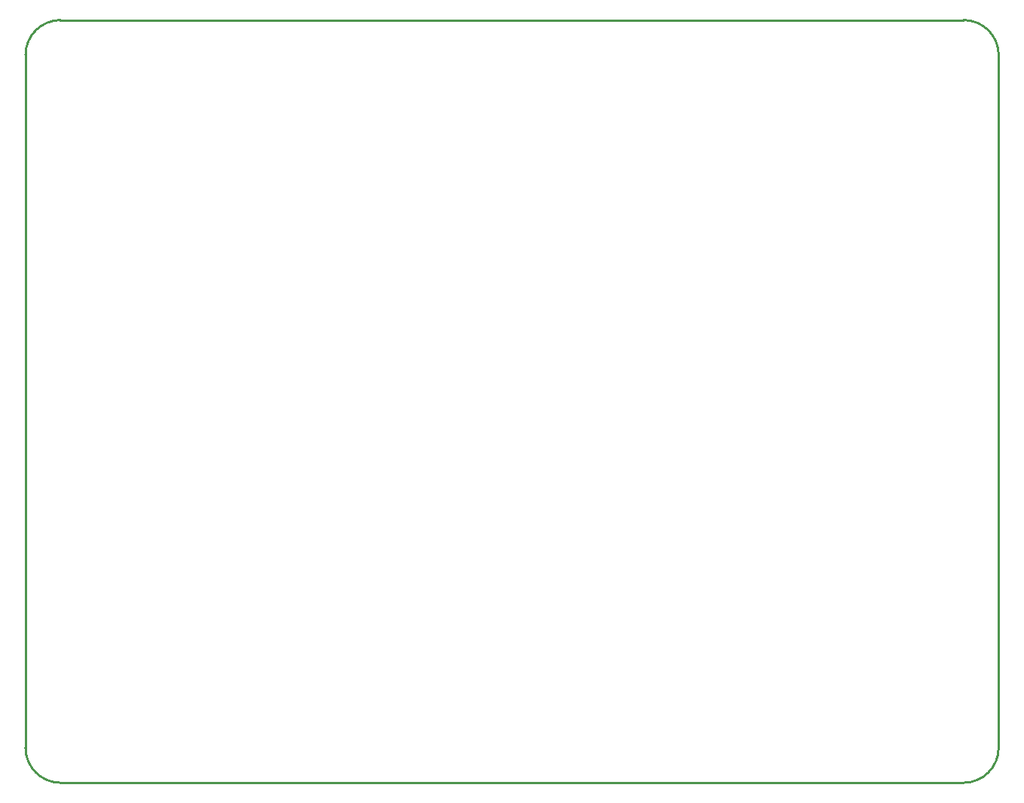
<source format=gbr>
G04 start of page 4 for group 6 idx 6 *
G04 Title: (unknown), outline *
G04 Creator: pcb 20140316 *
G04 CreationDate: Thu Dec 21 20:14:05 2017 UTC *
G04 For: frankenteddy *
G04 Format: Gerber/RS-274X *
G04 PCB-Dimensions (mil): 6000.00 5000.00 *
G04 PCB-Coordinate-Origin: lower left *
%MOIN*%
%FSLAX25Y25*%
%LNOUTLINE*%
%ADD53C,0.0100*%
G54D53*X101500Y454000D02*Y145500D01*
X117000Y131500D02*X516500D01*
X116500Y469000D02*X516500D01*
X532000Y453500D02*Y146500D01*
X101500Y147000D02*G75*G03X117000Y131500I15500J0D01*G01*
X516500D02*G75*G03X532000Y147000I0J15500D01*G01*
Y453500D02*G75*G03X516500Y469000I-15500J0D01*G01*
X117000D02*G75*G03X101500Y453500I0J-15500D01*G01*
M02*

</source>
